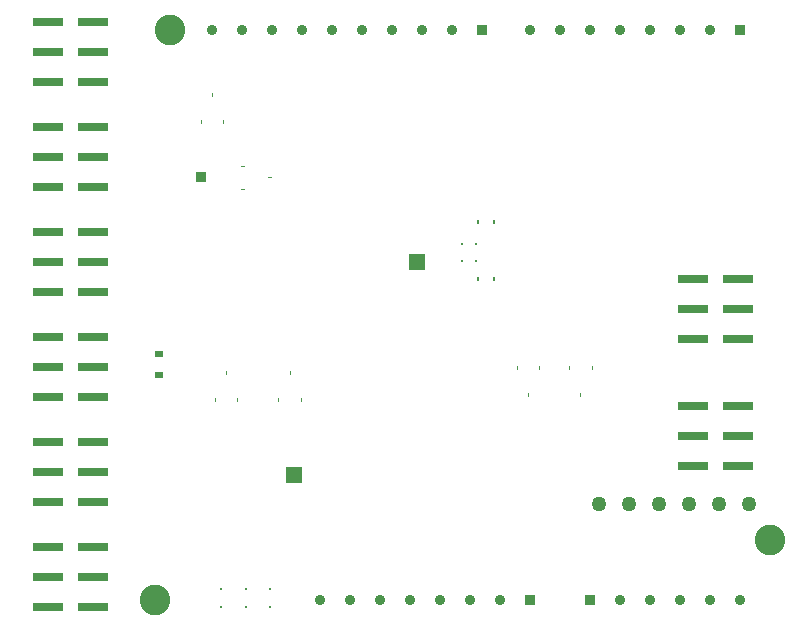
<source format=gts>
G04 Layer_Color=8388736*
%FSLAX25Y25*%
%MOIN*%
G70*
G01*
G75*
%ADD50R,0.10120X0.02600*%
%ADD51R,0.00159X0.01340*%
%ADD52R,0.02915X0.02128*%
%ADD53R,0.01143X0.01537*%
%ADD54R,0.00750X0.00750*%
%ADD55R,0.00710X0.01104*%
%ADD56R,0.03702X0.03702*%
%ADD57R,0.05474X0.05474*%
%ADD58R,0.01340X0.00159*%
%ADD59C,0.05000*%
%ADD60R,0.03600X0.03600*%
%ADD61C,0.03600*%
%ADD62C,0.10198*%
%ADD63C,0.00500*%
D50*
X234500Y74500D02*
D03*
X249500D02*
D03*
Y64500D02*
D03*
X234500D02*
D03*
X249500Y54500D02*
D03*
X234500D02*
D03*
Y117000D02*
D03*
X249500D02*
D03*
Y107000D02*
D03*
X234500D02*
D03*
X249500Y97000D02*
D03*
X234500D02*
D03*
X34500Y112500D02*
D03*
X19500D02*
D03*
Y122500D02*
D03*
X34500D02*
D03*
X19500Y132500D02*
D03*
X34500D02*
D03*
Y77500D02*
D03*
X19500D02*
D03*
Y87500D02*
D03*
X34500D02*
D03*
X19500Y97500D02*
D03*
X34500D02*
D03*
Y42500D02*
D03*
X19500D02*
D03*
Y52500D02*
D03*
X34500D02*
D03*
X19500Y62500D02*
D03*
X34500D02*
D03*
Y7500D02*
D03*
X19500D02*
D03*
Y17500D02*
D03*
X34500D02*
D03*
X19500Y27500D02*
D03*
X34500D02*
D03*
Y147500D02*
D03*
X19500D02*
D03*
Y157500D02*
D03*
X34500D02*
D03*
X19500Y167500D02*
D03*
X34500D02*
D03*
Y182500D02*
D03*
X19500D02*
D03*
Y192500D02*
D03*
X34500D02*
D03*
X19500Y202500D02*
D03*
X34500D02*
D03*
D51*
X74340Y178367D02*
D03*
X78080Y169312D02*
D03*
X70600D02*
D03*
X197157Y78154D02*
D03*
X193417Y87209D02*
D03*
X200897D02*
D03*
X179657Y78154D02*
D03*
X175917Y87209D02*
D03*
X183397D02*
D03*
X100240Y85528D02*
D03*
X103980Y76472D02*
D03*
X96500D02*
D03*
X79000Y85528D02*
D03*
X82740Y76472D02*
D03*
X75260D02*
D03*
D52*
X56500Y85055D02*
D03*
Y91945D02*
D03*
D53*
X162843Y116980D02*
D03*
X168157D02*
D03*
Y135980D02*
D03*
X162843D02*
D03*
D54*
X85250Y7547D02*
D03*
Y13453D02*
D03*
X77000Y7547D02*
D03*
Y13453D02*
D03*
X93500D02*
D03*
Y7547D02*
D03*
D55*
X161949Y122980D02*
D03*
Y128610D02*
D03*
X157500Y122980D02*
D03*
Y128610D02*
D03*
D56*
X70500Y151000D02*
D03*
D57*
X101500Y51472D02*
D03*
X142500Y122500D02*
D03*
D58*
X93367Y150400D02*
D03*
X84312Y146660D02*
D03*
Y154140D02*
D03*
D59*
X253000Y42000D02*
D03*
X243000D02*
D03*
X233000D02*
D03*
X223000D02*
D03*
X213000D02*
D03*
X203000D02*
D03*
D60*
X250000Y200000D02*
D03*
X200000Y10000D02*
D03*
X164000Y200000D02*
D03*
X180000Y10000D02*
D03*
D61*
X220000Y200000D02*
D03*
X210000D02*
D03*
X200000D02*
D03*
X190000D02*
D03*
X180000D02*
D03*
X240000D02*
D03*
X230000D02*
D03*
X250000Y10000D02*
D03*
X240000D02*
D03*
X230000D02*
D03*
X220000D02*
D03*
X210000D02*
D03*
X74000Y200000D02*
D03*
X84000D02*
D03*
X94000D02*
D03*
X104000D02*
D03*
X114000D02*
D03*
X124000D02*
D03*
X134000D02*
D03*
X144000D02*
D03*
X154000D02*
D03*
X160000Y10000D02*
D03*
X170000D02*
D03*
X110000D02*
D03*
X120000D02*
D03*
X130000D02*
D03*
X140000D02*
D03*
X150000D02*
D03*
D62*
X60000Y200000D02*
D03*
X55000Y10000D02*
D03*
X260000Y30000D02*
D03*
D63*
Y147000D02*
D03*
X265000Y137000D02*
D03*
Y97000D02*
D03*
X260000Y87000D02*
D03*
X265000Y77000D02*
D03*
Y57000D02*
D03*
X260000Y47000D02*
D03*
X265000Y37000D02*
D03*
Y17000D02*
D03*
X255000Y177000D02*
D03*
Y157000D02*
D03*
X250000Y147000D02*
D03*
Y47000D02*
D03*
Y27000D02*
D03*
X255000Y17000D02*
D03*
X240000Y167000D02*
D03*
Y147000D02*
D03*
Y127000D02*
D03*
Y27000D02*
D03*
X235000Y177000D02*
D03*
X230000Y167000D02*
D03*
Y147000D02*
D03*
Y127000D02*
D03*
X235000Y17000D02*
D03*
X225000Y177000D02*
D03*
X220000Y167000D02*
D03*
X225000Y157000D02*
D03*
X220000Y147000D02*
D03*
X225000Y137000D02*
D03*
X220000Y127000D02*
D03*
Y107000D02*
D03*
X225000Y77000D02*
D03*
Y17000D02*
D03*
X210000Y147000D02*
D03*
Y127000D02*
D03*
Y67000D02*
D03*
Y47000D02*
D03*
X215000Y17000D02*
D03*
X200000Y167000D02*
D03*
Y47000D02*
D03*
X195000Y177000D02*
D03*
X190000Y167000D02*
D03*
X195000Y157000D02*
D03*
Y137000D02*
D03*
Y57000D02*
D03*
X190000Y27000D02*
D03*
Y7000D02*
D03*
X185000Y177000D02*
D03*
Y157000D02*
D03*
Y57000D02*
D03*
X180000Y27000D02*
D03*
X185000Y17000D02*
D03*
X175000Y197000D02*
D03*
X170000Y167000D02*
D03*
Y147000D02*
D03*
Y67000D02*
D03*
X175000Y57000D02*
D03*
X170000Y27000D02*
D03*
X175000Y17000D02*
D03*
X165000Y177000D02*
D03*
X160000Y167000D02*
D03*
X165000Y157000D02*
D03*
Y57000D02*
D03*
X160000Y27000D02*
D03*
X165000Y17000D02*
D03*
X150000Y67000D02*
D03*
Y27000D02*
D03*
X155000Y17000D02*
D03*
X145000Y77000D02*
D03*
Y17000D02*
D03*
X130000Y167000D02*
D03*
Y147000D02*
D03*
X135000Y17000D02*
D03*
X120000Y187000D02*
D03*
X125000Y177000D02*
D03*
X120000Y167000D02*
D03*
Y47000D02*
D03*
X125000Y17000D02*
D03*
X110000Y187000D02*
D03*
X115000Y177000D02*
D03*
X110000Y167000D02*
D03*
X115000Y157000D02*
D03*
Y57000D02*
D03*
Y17000D02*
D03*
X100000Y187000D02*
D03*
X105000Y177000D02*
D03*
X100000Y147000D02*
D03*
Y107000D02*
D03*
X105000Y17000D02*
D03*
X100000Y7000D02*
D03*
X95000Y137000D02*
D03*
X90000Y107000D02*
D03*
X95000Y97000D02*
D03*
X90000Y47000D02*
D03*
X80000Y67000D02*
D03*
X85000Y57000D02*
D03*
X70000Y187000D02*
D03*
Y107000D02*
D03*
X75000Y97000D02*
D03*
X70000Y87000D02*
D03*
Y67000D02*
D03*
X75000Y57000D02*
D03*
X70000Y47000D02*
D03*
X75000Y37000D02*
D03*
X70000Y27000D02*
D03*
Y7000D02*
D03*
X60000Y187000D02*
D03*
Y107000D02*
D03*
X65000Y97000D02*
D03*
Y77000D02*
D03*
X60000Y67000D02*
D03*
Y47000D02*
D03*
X65000Y37000D02*
D03*
X60000Y27000D02*
D03*
X65000Y17000D02*
D03*
X50000Y167000D02*
D03*
X55000Y77000D02*
D03*
X50000Y67000D02*
D03*
Y47000D02*
D03*
X55000Y37000D02*
D03*
X50000Y27000D02*
D03*
X45000Y197000D02*
D03*
Y77000D02*
D03*
Y37000D02*
D03*
Y17000D02*
D03*
X35000Y37000D02*
D03*
X20000Y107000D02*
D03*
X25000Y37000D02*
D03*
X10000Y187000D02*
D03*
X15000Y177000D02*
D03*
X10000Y167000D02*
D03*
Y127000D02*
D03*
Y107000D02*
D03*
Y67000D02*
D03*
Y47000D02*
D03*
X15000Y37000D02*
D03*
X10000Y27000D02*
D03*
Y7000D02*
D03*
M02*

</source>
